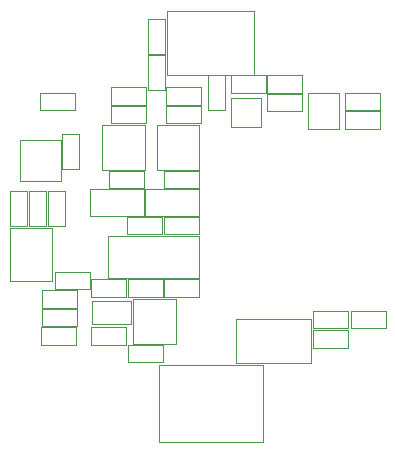
<source format=gbr>
%TF.GenerationSoftware,KiCad,Pcbnew,5.1.7+dfsg1-1~bpo10+1*%
%TF.CreationDate,Date%
%TF.ProjectId,osw-light,6f73772d-6c69-4676-9874-2e6b69636164,3.0*%
%TF.SameCoordinates,Original*%
%TF.FileFunction,Other,User*%
%FSLAX46Y46*%
G04 Gerber Fmt 4.6, Leading zero omitted, Abs format (unit mm)*
G04 Created by KiCad*
%MOMM*%
%LPD*%
G01*
G04 APERTURE LIST*
%ADD10C,0.050000*%
G04 APERTURE END LIST*
D10*
%TO.C,U5*%
X80581500Y-113982500D02*
X71818500Y-113982500D01*
X80581500Y-120459500D02*
X80581500Y-113982500D01*
X71818500Y-120459500D02*
X80581500Y-120465500D01*
X71818500Y-113982500D02*
X71818500Y-120459500D01*
%TO.C,J1*%
X59160000Y-106819700D02*
X62760000Y-106819700D01*
X59160000Y-102374700D02*
X59160000Y-106819700D01*
X62760000Y-102374700D02*
X59160000Y-102374700D01*
X62760000Y-106819700D02*
X62760000Y-102374700D01*
%TO.C,R18*%
X70834500Y-87737500D02*
X72294500Y-87737500D01*
X72294500Y-87737500D02*
X72294500Y-90697500D01*
X72294500Y-90697500D02*
X70834500Y-90697500D01*
X70834500Y-90697500D02*
X70834500Y-87737500D01*
%TO.C,C11*%
X72294500Y-87586000D02*
X70834500Y-87586000D01*
X70834500Y-87586000D02*
X70834500Y-84626000D01*
X70834500Y-84626000D02*
X72294500Y-84626000D01*
X72294500Y-84626000D02*
X72294500Y-87586000D01*
%TO.C,C22*%
X62389000Y-99231000D02*
X63849000Y-99231000D01*
X63849000Y-99231000D02*
X63849000Y-102191000D01*
X63849000Y-102191000D02*
X62389000Y-102191000D01*
X62389000Y-102191000D02*
X62389000Y-99231000D01*
%TO.C,U13*%
X70583200Y-97404000D02*
X66983200Y-97404000D01*
X70583200Y-93604000D02*
X70583200Y-97404000D01*
X66983200Y-93604000D02*
X70583200Y-93604000D01*
X66983200Y-97404000D02*
X66983200Y-93604000D01*
%TO.C,U10*%
X75206000Y-97404000D02*
X71606000Y-97404000D01*
X75206000Y-93604000D02*
X75206000Y-97404000D01*
X71606000Y-93604000D02*
X75206000Y-93604000D01*
X71606000Y-97404000D02*
X71606000Y-93604000D01*
%TO.C,R22*%
X60623200Y-99231000D02*
X60623200Y-102191000D01*
X59163200Y-99231000D02*
X60623200Y-99231000D01*
X59163200Y-102191000D02*
X59163200Y-99231000D01*
X60623200Y-102191000D02*
X59163200Y-102191000D01*
%TO.C,R21*%
X60814200Y-102165500D02*
X60814200Y-99205500D01*
X62274200Y-102165500D02*
X60814200Y-102165500D01*
X62274200Y-99205500D02*
X62274200Y-102165500D01*
X60814200Y-99205500D02*
X62274200Y-99205500D01*
%TO.C,C19*%
X70669500Y-91916000D02*
X67709500Y-91916000D01*
X70669500Y-90456000D02*
X70669500Y-91916000D01*
X67709500Y-90456000D02*
X70669500Y-90456000D01*
X67709500Y-91916000D02*
X67709500Y-90456000D01*
%TO.C,C18*%
X75368600Y-91916000D02*
X72408600Y-91916000D01*
X75368600Y-90456000D02*
X75368600Y-91916000D01*
X72408600Y-90456000D02*
X75368600Y-90456000D01*
X72408600Y-91916000D02*
X72408600Y-90456000D01*
%TO.C,C17*%
X70669500Y-93503500D02*
X67709500Y-93503500D01*
X70669500Y-92043500D02*
X70669500Y-93503500D01*
X67709500Y-92043500D02*
X70669500Y-92043500D01*
X67709500Y-93503500D02*
X67709500Y-92043500D01*
%TO.C,C16*%
X75368600Y-93503500D02*
X72408600Y-93503500D01*
X75368600Y-92043500D02*
X75368600Y-93503500D01*
X72408600Y-92043500D02*
X75368600Y-92043500D01*
X72408600Y-93503500D02*
X72408600Y-92043500D01*
%TO.C,C15*%
X70568000Y-98977200D02*
X67608000Y-98977200D01*
X70568000Y-97517200D02*
X70568000Y-98977200D01*
X67608000Y-97517200D02*
X70568000Y-97517200D01*
X67608000Y-98977200D02*
X67608000Y-97517200D01*
%TO.C,C14*%
X75190800Y-98977200D02*
X72230800Y-98977200D01*
X75190800Y-97517200D02*
X75190800Y-98977200D01*
X72230800Y-97517200D02*
X75190800Y-97517200D01*
X72230800Y-98977200D02*
X72230800Y-97517200D01*
%TO.C,C6*%
X70555200Y-101297600D02*
X65995200Y-101297600D01*
X70555200Y-99057600D02*
X70555200Y-101297600D01*
X65995200Y-99057600D02*
X70555200Y-99057600D01*
X65995200Y-101297600D02*
X65995200Y-99057600D01*
%TO.C,C5*%
X75200400Y-101297600D02*
X70640400Y-101297600D01*
X75200400Y-99057600D02*
X75200400Y-101297600D01*
X70640400Y-99057600D02*
X75200400Y-99057600D01*
X70640400Y-101297600D02*
X70640400Y-99057600D01*
%TO.C,U2*%
X80434500Y-91333000D02*
X80434500Y-93833000D01*
X77934500Y-91333000D02*
X80434500Y-91333000D01*
X77934500Y-93833000D02*
X77934500Y-91333000D01*
X80434500Y-93833000D02*
X77934500Y-93833000D01*
%TO.C,U9*%
X67473200Y-106550400D02*
X75173200Y-106550400D01*
X67473200Y-103050400D02*
X67473200Y-106550400D01*
X75173200Y-103050400D02*
X67473200Y-103050400D01*
X75173200Y-106550400D02*
X75173200Y-103050400D01*
%TO.C,R19*%
X72230800Y-102888800D02*
X72230800Y-101428800D01*
X72230800Y-101428800D02*
X75190800Y-101428800D01*
X75190800Y-101428800D02*
X75190800Y-102888800D01*
X75190800Y-102888800D02*
X72230800Y-102888800D01*
%TO.C,C13*%
X77387200Y-92361200D02*
X75927200Y-92361200D01*
X75927200Y-92361200D02*
X75927200Y-89401200D01*
X75927200Y-89401200D02*
X77387200Y-89401200D01*
X77387200Y-89401200D02*
X77387200Y-92361200D01*
%TO.C,C12*%
X83902900Y-91014800D02*
X83902900Y-92474800D01*
X83902900Y-92474800D02*
X80942900Y-92474800D01*
X80942900Y-92474800D02*
X80942900Y-91014800D01*
X80942900Y-91014800D02*
X83902900Y-91014800D01*
%TO.C,C9*%
X84829200Y-112490000D02*
X84829200Y-111030000D01*
X84829200Y-111030000D02*
X87789200Y-111030000D01*
X87789200Y-111030000D02*
X87789200Y-112490000D01*
X87789200Y-112490000D02*
X84829200Y-112490000D01*
%TO.C,C8*%
X90506900Y-92488000D02*
X90506900Y-93948000D01*
X90506900Y-93948000D02*
X87546900Y-93948000D01*
X87546900Y-93948000D02*
X87546900Y-92488000D01*
X87546900Y-92488000D02*
X90506900Y-92488000D01*
%TO.C,R17*%
X64827600Y-109201200D02*
X64827600Y-110661200D01*
X64827600Y-110661200D02*
X61867600Y-110661200D01*
X61867600Y-110661200D02*
X61867600Y-109201200D01*
X61867600Y-109201200D02*
X64827600Y-109201200D01*
%TO.C,R16*%
X61867600Y-109086400D02*
X61867600Y-107626400D01*
X61867600Y-107626400D02*
X64827600Y-107626400D01*
X64827600Y-107626400D02*
X64827600Y-109086400D01*
X64827600Y-109086400D02*
X61867600Y-109086400D01*
%TO.C,R7*%
X80854900Y-90900000D02*
X77894900Y-90900000D01*
X80854900Y-89440000D02*
X80854900Y-90900000D01*
X77894900Y-89440000D02*
X80854900Y-89440000D01*
X77894900Y-90900000D02*
X77894900Y-89440000D01*
%TO.C,R6*%
X80968400Y-89440000D02*
X83928400Y-89440000D01*
X80968400Y-90900000D02*
X80968400Y-89440000D01*
X83928400Y-90900000D02*
X80968400Y-90900000D01*
X83928400Y-89440000D02*
X83928400Y-90900000D01*
%TO.C,U3*%
X87050400Y-94006000D02*
X84450400Y-94006000D01*
X87050400Y-90906000D02*
X87050400Y-94006000D01*
X84450400Y-90906000D02*
X87050400Y-90906000D01*
X84450400Y-94006000D02*
X84450400Y-90906000D01*
%TO.C,U1*%
X79836500Y-83964800D02*
X72436500Y-83964800D01*
X79836500Y-89364800D02*
X79836500Y-83964800D01*
X72436500Y-89364800D02*
X79836500Y-89364800D01*
X72436500Y-83964800D02*
X72436500Y-89364800D01*
%TO.C,U6*%
X78333200Y-113762400D02*
X84633200Y-113762400D01*
X78333200Y-110062400D02*
X84633200Y-110062400D01*
X84633200Y-110062400D02*
X84633200Y-113762400D01*
X78333200Y-110062400D02*
X78333200Y-113762400D01*
%TO.C,U11*%
X69624800Y-108336000D02*
X73224800Y-108336000D01*
X69624800Y-112136000D02*
X69624800Y-108336000D01*
X73224800Y-112136000D02*
X69624800Y-112136000D01*
X73224800Y-108336000D02*
X73224800Y-112136000D01*
%TO.C,R11*%
X90506900Y-92373200D02*
X87546900Y-92373200D01*
X90506900Y-90913200D02*
X90506900Y-92373200D01*
X87546900Y-90913200D02*
X90506900Y-90913200D01*
X87546900Y-92373200D02*
X87546900Y-90913200D01*
%TO.C,R10*%
X61766000Y-90913200D02*
X64726000Y-90913200D01*
X61766000Y-92373200D02*
X61766000Y-90913200D01*
X64726000Y-92373200D02*
X61766000Y-92373200D01*
X64726000Y-90913200D02*
X64726000Y-92373200D01*
%TO.C,R14*%
X69132000Y-101428800D02*
X72092000Y-101428800D01*
X69132000Y-102888800D02*
X69132000Y-101428800D01*
X72092000Y-102888800D02*
X69132000Y-102888800D01*
X72092000Y-101428800D02*
X72092000Y-102888800D01*
%TO.C,R4*%
X87789200Y-110839000D02*
X84829200Y-110839000D01*
X87789200Y-109379000D02*
X87789200Y-110839000D01*
X84829200Y-109379000D02*
X87789200Y-109379000D01*
X84829200Y-110839000D02*
X84829200Y-109379000D01*
%TO.C,R15*%
X66045900Y-106712000D02*
X69005900Y-106712000D01*
X66045900Y-108172000D02*
X66045900Y-106712000D01*
X69005900Y-108172000D02*
X66045900Y-108172000D01*
X69005900Y-106712000D02*
X69005900Y-108172000D01*
%TO.C,R13*%
X69044000Y-112236000D02*
X66084000Y-112236000D01*
X69044000Y-110776000D02*
X69044000Y-112236000D01*
X66084000Y-110776000D02*
X69044000Y-110776000D01*
X66084000Y-112236000D02*
X66084000Y-110776000D01*
%TO.C,R1*%
X63582800Y-97390400D02*
X63582800Y-94430400D01*
X65042800Y-97390400D02*
X63582800Y-97390400D01*
X65042800Y-94430400D02*
X65042800Y-97390400D01*
X63582800Y-94430400D02*
X65042800Y-94430400D01*
%TO.C,Q1*%
X60072800Y-98371600D02*
X60072800Y-94871600D01*
X63472800Y-98371600D02*
X60072800Y-98371600D01*
X63472800Y-94871600D02*
X63472800Y-98371600D01*
X60072800Y-94871600D02*
X63472800Y-94871600D01*
%TO.C,D1*%
X69447200Y-110474800D02*
X66087200Y-110474800D01*
X69447200Y-108574800D02*
X69447200Y-110474800D01*
X66087200Y-108574800D02*
X69447200Y-108574800D01*
X66087200Y-110474800D02*
X66087200Y-108574800D01*
%TO.C,C4*%
X62985200Y-106051600D02*
X65945200Y-106051600D01*
X62985200Y-107511600D02*
X62985200Y-106051600D01*
X65945200Y-107511600D02*
X62985200Y-107511600D01*
X65945200Y-106051600D02*
X65945200Y-107511600D01*
%TO.C,C3*%
X75203400Y-108172000D02*
X72243400Y-108172000D01*
X75203400Y-106712000D02*
X75203400Y-108172000D01*
X72243400Y-106712000D02*
X75203400Y-106712000D01*
X72243400Y-108172000D02*
X72243400Y-106712000D01*
%TO.C,C2*%
X72117400Y-108172000D02*
X69157400Y-108172000D01*
X72117400Y-106712000D02*
X72117400Y-108172000D01*
X69157400Y-106712000D02*
X72117400Y-106712000D01*
X69157400Y-108172000D02*
X69157400Y-106712000D01*
%TO.C,C1*%
X72117300Y-113709200D02*
X69157300Y-113709200D01*
X72117300Y-112249200D02*
X72117300Y-113709200D01*
X69157300Y-112249200D02*
X72117300Y-112249200D01*
X69157300Y-113709200D02*
X69157300Y-112249200D01*
%TO.C,R9*%
X61842100Y-110776000D02*
X64802100Y-110776000D01*
X61842100Y-112236000D02*
X61842100Y-110776000D01*
X64802100Y-112236000D02*
X61842100Y-112236000D01*
X64802100Y-110776000D02*
X64802100Y-112236000D01*
%TO.C,R8*%
X88029600Y-109353600D02*
X90989600Y-109353600D01*
X88029600Y-110813600D02*
X88029600Y-109353600D01*
X90989600Y-110813600D02*
X88029600Y-110813600D01*
X90989600Y-109353600D02*
X90989600Y-110813600D01*
%TD*%
M02*

</source>
